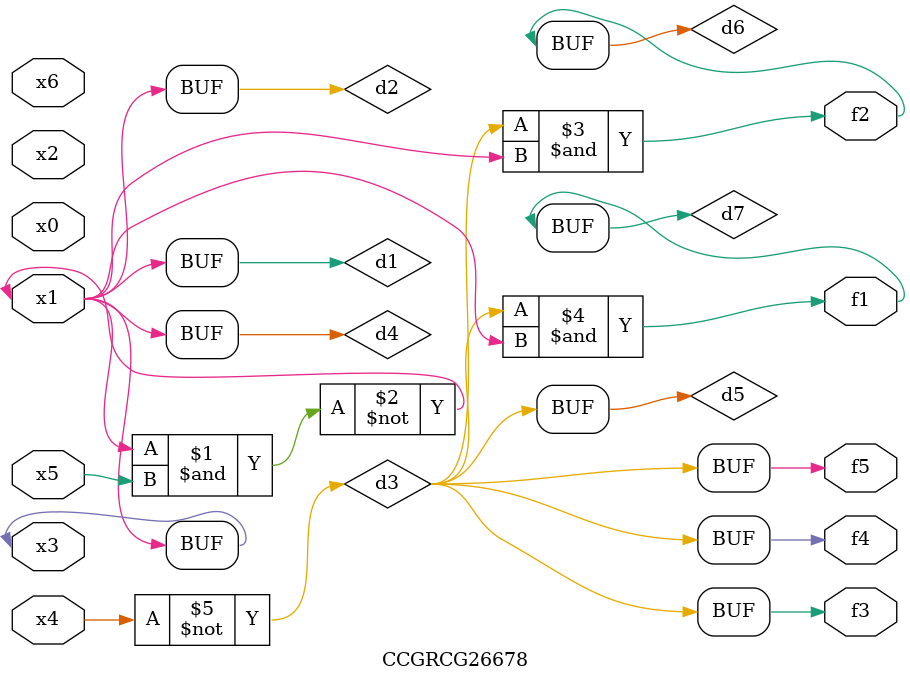
<source format=v>
module CCGRCG26678(
	input x0, x1, x2, x3, x4, x5, x6,
	output f1, f2, f3, f4, f5
);

	wire d1, d2, d3, d4, d5, d6, d7;

	buf (d1, x1, x3);
	nand (d2, x1, x5);
	not (d3, x4);
	buf (d4, d1, d2);
	buf (d5, d3);
	and (d6, d3, d4);
	and (d7, d3, d4);
	assign f1 = d7;
	assign f2 = d6;
	assign f3 = d5;
	assign f4 = d5;
	assign f5 = d5;
endmodule

</source>
